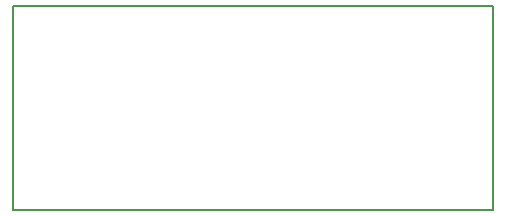
<source format=gm1>
G04 #@! TF.FileFunction,Profile,NP*
%FSLAX46Y46*%
G04 Gerber Fmt 4.6, Leading zero omitted, Abs format (unit mm)*
G04 Created by KiCad (PCBNEW 4.0.6) date 06/24/17 11:59:32*
%MOMM*%
%LPD*%
G01*
G04 APERTURE LIST*
%ADD10C,0.100000*%
%ADD11C,0.150000*%
G04 APERTURE END LIST*
D10*
D11*
X167640000Y-105156000D02*
X127000000Y-105156000D01*
X167640000Y-87884000D02*
X167640000Y-105156000D01*
X127000000Y-87884000D02*
X167640000Y-87884000D01*
X127000000Y-105156000D02*
X127000000Y-87884000D01*
M02*

</source>
